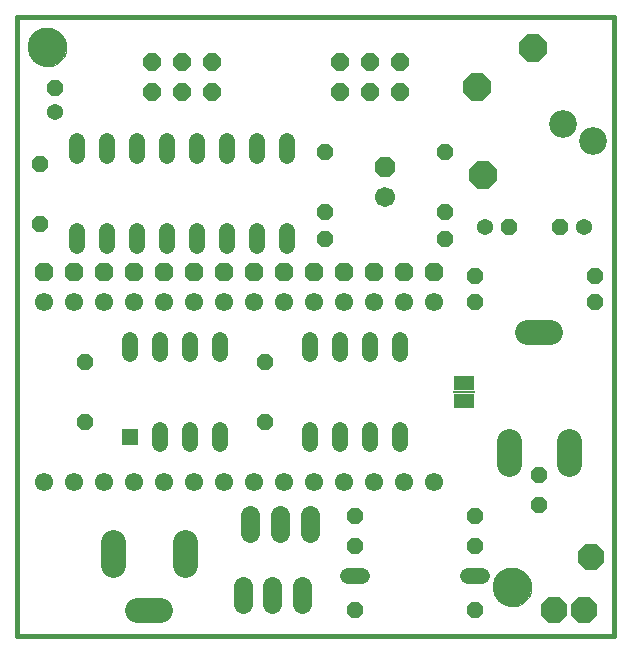
<source format=gts>
G75*
G70*
%OFA0B0*%
%FSLAX24Y24*%
%IPPOS*%
%LPD*%
%AMOC8*
5,1,8,0,0,1.08239X$1,22.5*
%
%ADD10C,0.0160*%
%ADD11C,0.0000*%
%ADD12C,0.1300*%
%ADD13OC8,0.0520*%
%ADD14OC8,0.0925*%
%ADD15C,0.0925*%
%ADD16C,0.0520*%
%ADD17OC8,0.0670*%
%ADD18C,0.0670*%
%ADD19OC8,0.0540*%
%ADD20C,0.0540*%
%ADD21C,0.0820*%
%ADD22R,0.0520X0.0520*%
%ADD23C,0.0610*%
%ADD24C,0.0827*%
%ADD25C,0.0640*%
%ADD26OC8,0.0580*%
%ADD27C,0.0631*%
%ADD28OC8,0.0890*%
%ADD29OC8,0.0631*%
%ADD30R,0.0670X0.0500*%
%ADD31R,0.0720X0.0060*%
D10*
X000970Y000595D02*
X000970Y021216D01*
X020840Y021216D01*
X020840Y000595D01*
X000970Y000595D01*
D11*
X016840Y002220D02*
X016842Y002270D01*
X016848Y002320D01*
X016858Y002369D01*
X016872Y002417D01*
X016889Y002464D01*
X016910Y002509D01*
X016935Y002553D01*
X016963Y002594D01*
X016995Y002633D01*
X017029Y002670D01*
X017066Y002704D01*
X017106Y002734D01*
X017148Y002761D01*
X017192Y002785D01*
X017238Y002806D01*
X017285Y002822D01*
X017333Y002835D01*
X017383Y002844D01*
X017432Y002849D01*
X017483Y002850D01*
X017533Y002847D01*
X017582Y002840D01*
X017631Y002829D01*
X017679Y002814D01*
X017725Y002796D01*
X017770Y002774D01*
X017813Y002748D01*
X017854Y002719D01*
X017893Y002687D01*
X017929Y002652D01*
X017961Y002614D01*
X017991Y002574D01*
X018018Y002531D01*
X018041Y002487D01*
X018060Y002441D01*
X018076Y002393D01*
X018088Y002344D01*
X018096Y002295D01*
X018100Y002245D01*
X018100Y002195D01*
X018096Y002145D01*
X018088Y002096D01*
X018076Y002047D01*
X018060Y001999D01*
X018041Y001953D01*
X018018Y001909D01*
X017991Y001866D01*
X017961Y001826D01*
X017929Y001788D01*
X017893Y001753D01*
X017854Y001721D01*
X017813Y001692D01*
X017770Y001666D01*
X017725Y001644D01*
X017679Y001626D01*
X017631Y001611D01*
X017582Y001600D01*
X017533Y001593D01*
X017483Y001590D01*
X017432Y001591D01*
X017383Y001596D01*
X017333Y001605D01*
X017285Y001618D01*
X017238Y001634D01*
X017192Y001655D01*
X017148Y001679D01*
X017106Y001706D01*
X017066Y001736D01*
X017029Y001770D01*
X016995Y001807D01*
X016963Y001846D01*
X016935Y001887D01*
X016910Y001931D01*
X016889Y001976D01*
X016872Y002023D01*
X016858Y002071D01*
X016848Y002120D01*
X016842Y002170D01*
X016840Y002220D01*
X001340Y020220D02*
X001342Y020270D01*
X001348Y020320D01*
X001358Y020369D01*
X001372Y020417D01*
X001389Y020464D01*
X001410Y020509D01*
X001435Y020553D01*
X001463Y020594D01*
X001495Y020633D01*
X001529Y020670D01*
X001566Y020704D01*
X001606Y020734D01*
X001648Y020761D01*
X001692Y020785D01*
X001738Y020806D01*
X001785Y020822D01*
X001833Y020835D01*
X001883Y020844D01*
X001932Y020849D01*
X001983Y020850D01*
X002033Y020847D01*
X002082Y020840D01*
X002131Y020829D01*
X002179Y020814D01*
X002225Y020796D01*
X002270Y020774D01*
X002313Y020748D01*
X002354Y020719D01*
X002393Y020687D01*
X002429Y020652D01*
X002461Y020614D01*
X002491Y020574D01*
X002518Y020531D01*
X002541Y020487D01*
X002560Y020441D01*
X002576Y020393D01*
X002588Y020344D01*
X002596Y020295D01*
X002600Y020245D01*
X002600Y020195D01*
X002596Y020145D01*
X002588Y020096D01*
X002576Y020047D01*
X002560Y019999D01*
X002541Y019953D01*
X002518Y019909D01*
X002491Y019866D01*
X002461Y019826D01*
X002429Y019788D01*
X002393Y019753D01*
X002354Y019721D01*
X002313Y019692D01*
X002270Y019666D01*
X002225Y019644D01*
X002179Y019626D01*
X002131Y019611D01*
X002082Y019600D01*
X002033Y019593D01*
X001983Y019590D01*
X001932Y019591D01*
X001883Y019596D01*
X001833Y019605D01*
X001785Y019618D01*
X001738Y019634D01*
X001692Y019655D01*
X001648Y019679D01*
X001606Y019706D01*
X001566Y019736D01*
X001529Y019770D01*
X001495Y019807D01*
X001463Y019846D01*
X001435Y019887D01*
X001410Y019931D01*
X001389Y019976D01*
X001372Y020023D01*
X001358Y020071D01*
X001348Y020120D01*
X001342Y020170D01*
X001340Y020220D01*
D12*
X001970Y020220D03*
X017470Y002220D03*
D13*
X016220Y001470D03*
X016220Y003595D03*
X016220Y004595D03*
X018345Y004970D03*
X018345Y005970D03*
X020220Y011720D03*
X020220Y012595D03*
X016220Y012595D03*
X016220Y011720D03*
X015220Y013845D03*
X015220Y014720D03*
X015220Y016720D03*
X011220Y016720D03*
X011220Y014720D03*
X011220Y013845D03*
X009220Y009720D03*
X009220Y007720D03*
X012220Y004595D03*
X012220Y003595D03*
X012220Y001470D03*
X003220Y007720D03*
X003220Y009720D03*
X001720Y014345D03*
X001720Y016345D03*
D14*
X016290Y018910D03*
X018140Y020190D03*
X016500Y015960D03*
D15*
X019160Y017650D03*
X020150Y017100D03*
D16*
X013720Y010460D02*
X013720Y009980D01*
X012720Y009980D02*
X012720Y010460D01*
X011720Y010460D02*
X011720Y009980D01*
X010720Y009980D02*
X010720Y010460D01*
X010720Y007460D02*
X010720Y006980D01*
X011720Y006980D02*
X011720Y007460D01*
X012720Y007460D02*
X012720Y006980D01*
X013720Y006980D02*
X013720Y007460D01*
X012460Y002595D02*
X011980Y002595D01*
X015980Y002595D02*
X016460Y002595D01*
X007720Y006980D02*
X007720Y007460D01*
X006720Y007460D02*
X006720Y006980D01*
X005720Y006980D02*
X005720Y007460D01*
X005720Y009980D02*
X005720Y010460D01*
X004720Y010460D02*
X004720Y009980D01*
X006720Y009980D02*
X006720Y010460D01*
X007720Y010460D02*
X007720Y009980D01*
X007970Y013605D02*
X007970Y014085D01*
X006970Y014085D02*
X006970Y013605D01*
X005970Y013605D02*
X005970Y014085D01*
X004970Y014085D02*
X004970Y013605D01*
X003970Y013605D02*
X003970Y014085D01*
X002970Y014085D02*
X002970Y013605D01*
X002970Y016605D02*
X002970Y017085D01*
X003970Y017085D02*
X003970Y016605D01*
X004970Y016605D02*
X004970Y017085D01*
X005970Y017085D02*
X005970Y016605D01*
X006970Y016605D02*
X006970Y017085D01*
X007970Y017085D02*
X007970Y016605D01*
X008970Y016605D02*
X008970Y017085D01*
X009970Y017085D02*
X009970Y016605D01*
X009970Y014085D02*
X009970Y013605D01*
X008970Y013605D02*
X008970Y014085D01*
D17*
X013220Y016220D03*
D18*
X013220Y015220D03*
D19*
X017370Y014220D03*
X019070Y014220D03*
X002220Y018870D03*
D20*
X002220Y018070D03*
X016570Y014220D03*
X019870Y014220D03*
D21*
X018735Y010720D02*
X017955Y010720D01*
X017345Y007110D02*
X017345Y006330D01*
X019345Y006330D02*
X019345Y007110D01*
D22*
X004720Y007220D03*
D23*
X004845Y005720D03*
X003845Y005720D03*
X002845Y005720D03*
X001845Y005720D03*
X005845Y005720D03*
X006845Y005720D03*
X007845Y005720D03*
X008845Y005720D03*
X009845Y005720D03*
X010845Y005720D03*
X011845Y005720D03*
X012845Y005720D03*
X013845Y005720D03*
X014845Y005720D03*
X014845Y011720D03*
X013845Y011720D03*
X012845Y011720D03*
X011845Y011720D03*
X010845Y011720D03*
X009845Y011720D03*
X008845Y011720D03*
X007845Y011720D03*
X006845Y011720D03*
X005845Y011720D03*
X004845Y011720D03*
X003845Y011720D03*
X002845Y011720D03*
X001845Y011720D03*
D24*
X004164Y003739D02*
X004164Y002951D01*
X004951Y001455D02*
X005739Y001455D01*
X006565Y002951D02*
X006565Y003739D01*
D25*
X008720Y004045D02*
X008720Y004645D01*
X009720Y004645D02*
X009720Y004045D01*
X010720Y004045D02*
X010720Y004645D01*
D26*
X011720Y018720D03*
X011720Y019720D03*
X012720Y019720D03*
X012720Y018720D03*
X013720Y018720D03*
X013720Y019720D03*
X007470Y019720D03*
X007470Y018720D03*
X006470Y018720D03*
X006470Y019720D03*
X005470Y019720D03*
X005470Y018720D03*
D27*
X008486Y002265D02*
X008486Y001675D01*
X009470Y001675D02*
X009470Y002265D01*
X010454Y002265D02*
X010454Y001675D01*
D28*
X018845Y001470D03*
X019845Y001470D03*
X020095Y003220D03*
D29*
X014845Y012720D03*
X013845Y012720D03*
X012845Y012720D03*
X011845Y012720D03*
X010845Y012720D03*
X009845Y012720D03*
X008845Y012720D03*
X007845Y012720D03*
X006845Y012720D03*
X005845Y012720D03*
X004845Y012720D03*
X003845Y012720D03*
X002845Y012720D03*
X001845Y012720D03*
D30*
X015845Y009020D03*
X015845Y008420D03*
D31*
X015845Y008720D03*
M02*

</source>
